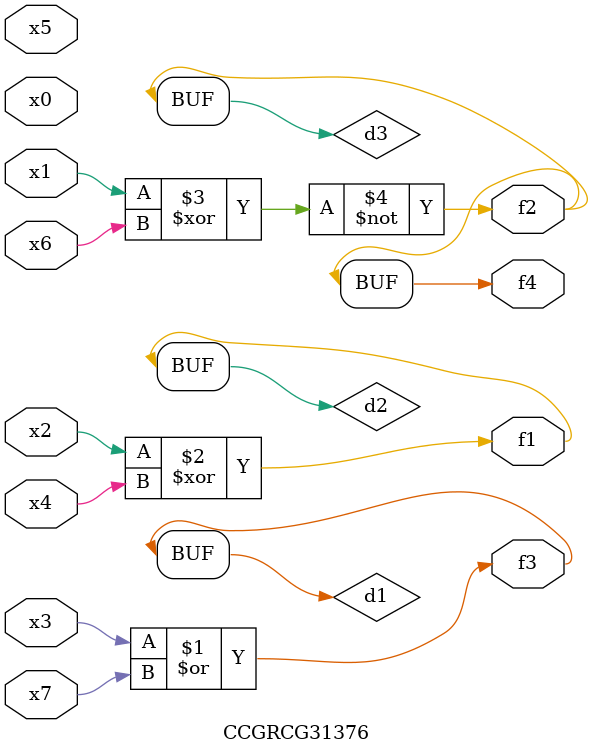
<source format=v>
module CCGRCG31376(
	input x0, x1, x2, x3, x4, x5, x6, x7,
	output f1, f2, f3, f4
);

	wire d1, d2, d3;

	or (d1, x3, x7);
	xor (d2, x2, x4);
	xnor (d3, x1, x6);
	assign f1 = d2;
	assign f2 = d3;
	assign f3 = d1;
	assign f4 = d3;
endmodule

</source>
